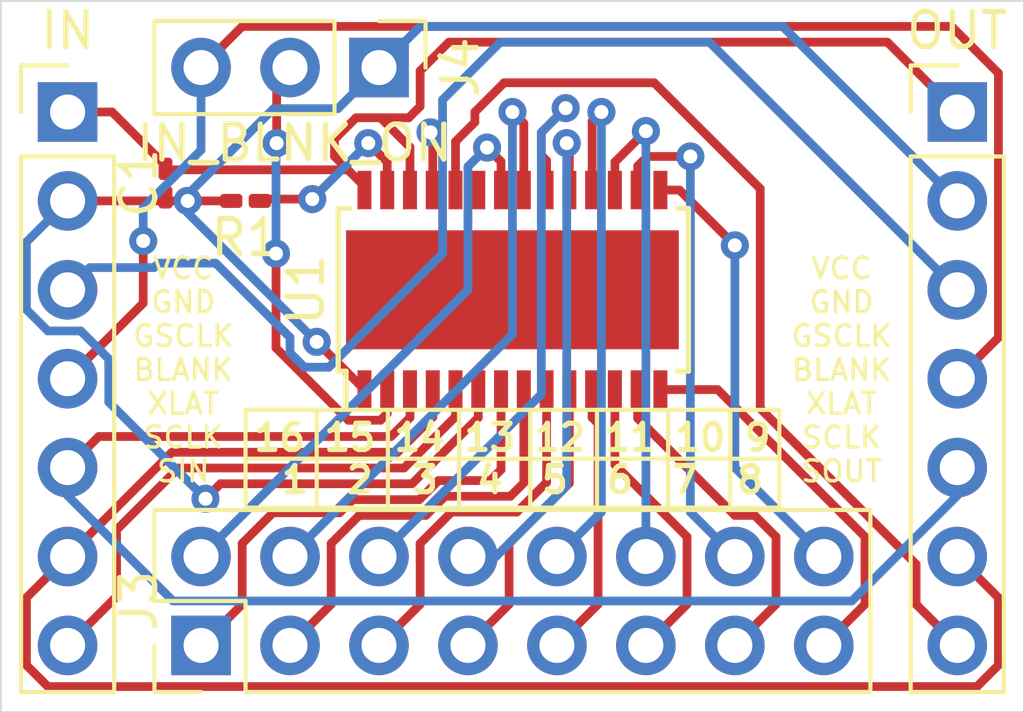
<source format=kicad_pcb>
(kicad_pcb (version 20171130) (host pcbnew "(5.1.9)-1")

  (general
    (thickness 1.6)
    (drawings 20)
    (tracks 228)
    (zones 0)
    (modules 7)
    (nets 29)
  )

  (page A4)
  (layers
    (0 F.Cu signal)
    (31 B.Cu signal)
    (32 B.Adhes user)
    (33 F.Adhes user)
    (34 B.Paste user)
    (35 F.Paste user)
    (36 B.SilkS user)
    (37 F.SilkS user)
    (38 B.Mask user)
    (39 F.Mask user)
    (40 Dwgs.User user)
    (41 Cmts.User user)
    (42 Eco1.User user)
    (43 Eco2.User user)
    (44 Edge.Cuts user)
    (45 Margin user)
    (46 B.CrtYd user)
    (47 F.CrtYd user)
    (48 B.Fab user)
    (49 F.Fab user hide)
  )

  (setup
    (last_trace_width 0.25)
    (trace_clearance 0.2)
    (zone_clearance 0.508)
    (zone_45_only no)
    (trace_min 0.2)
    (via_size 0.8)
    (via_drill 0.4)
    (via_min_size 0.4)
    (via_min_drill 0.3)
    (uvia_size 0.3)
    (uvia_drill 0.1)
    (uvias_allowed no)
    (uvia_min_size 0.2)
    (uvia_min_drill 0.1)
    (edge_width 0.05)
    (segment_width 0.2)
    (pcb_text_width 0.3)
    (pcb_text_size 1.5 1.5)
    (mod_edge_width 0.12)
    (mod_text_size 1 1)
    (mod_text_width 0.15)
    (pad_size 1.524 1.524)
    (pad_drill 0.762)
    (pad_to_mask_clearance 0)
    (aux_axis_origin 0 0)
    (grid_origin 140.335 106.045)
    (visible_elements FFFFFF7F)
    (pcbplotparams
      (layerselection 0x010fc_ffffffff)
      (usegerberextensions false)
      (usegerberattributes true)
      (usegerberadvancedattributes true)
      (creategerberjobfile true)
      (excludeedgelayer true)
      (linewidth 0.100000)
      (plotframeref false)
      (viasonmask false)
      (mode 1)
      (useauxorigin false)
      (hpglpennumber 1)
      (hpglpenspeed 20)
      (hpglpendiameter 15.000000)
      (psnegative false)
      (psa4output false)
      (plotreference true)
      (plotvalue true)
      (plotinvisibletext false)
      (padsonsilk false)
      (subtractmaskfromsilk false)
      (outputformat 1)
      (mirror false)
      (drillshape 1)
      (scaleselection 1)
      (outputdirectory ""))
  )

  (net 0 "")
  (net 1 VCC)
  (net 2 GND)
  (net 3 "Net-(J1-Pad3)")
  (net 4 "Net-(J1-Pad4)")
  (net 5 "Net-(J1-Pad5)")
  (net 6 "Net-(J1-Pad6)")
  (net 7 "Net-(J1-Pad7)")
  (net 8 "Net-(J2-Pad7)")
  (net 9 "Net-(J3-Pad1)")
  (net 10 "Net-(J3-Pad2)")
  (net 11 "Net-(J3-Pad3)")
  (net 12 "Net-(J3-Pad4)")
  (net 13 "Net-(J3-Pad5)")
  (net 14 "Net-(J3-Pad6)")
  (net 15 "Net-(J3-Pad7)")
  (net 16 "Net-(J3-Pad8)")
  (net 17 "Net-(J3-Pad9)")
  (net 18 "Net-(J3-Pad10)")
  (net 19 "Net-(J3-Pad11)")
  (net 20 "Net-(J3-Pad12)")
  (net 21 "Net-(J3-Pad13)")
  (net 22 "Net-(J3-Pad14)")
  (net 23 "Net-(J3-Pad15)")
  (net 24 "Net-(J3-Pad16)")
  (net 25 "Net-(J4-Pad2)")
  (net 26 "Net-(R1-Pad1)")
  (net 27 "Net-(U1-Pad23)")
  (net 28 "Net-(U1-Pad29)")

  (net_class Default "This is the default net class."
    (clearance 0.2)
    (trace_width 0.25)
    (via_dia 0.8)
    (via_drill 0.4)
    (uvia_dia 0.3)
    (uvia_drill 0.1)
    (add_net GND)
    (add_net "Net-(J1-Pad3)")
    (add_net "Net-(J1-Pad4)")
    (add_net "Net-(J1-Pad5)")
    (add_net "Net-(J1-Pad6)")
    (add_net "Net-(J1-Pad7)")
    (add_net "Net-(J2-Pad7)")
    (add_net "Net-(J3-Pad1)")
    (add_net "Net-(J3-Pad10)")
    (add_net "Net-(J3-Pad11)")
    (add_net "Net-(J3-Pad12)")
    (add_net "Net-(J3-Pad13)")
    (add_net "Net-(J3-Pad14)")
    (add_net "Net-(J3-Pad15)")
    (add_net "Net-(J3-Pad16)")
    (add_net "Net-(J3-Pad2)")
    (add_net "Net-(J3-Pad3)")
    (add_net "Net-(J3-Pad4)")
    (add_net "Net-(J3-Pad5)")
    (add_net "Net-(J3-Pad6)")
    (add_net "Net-(J3-Pad7)")
    (add_net "Net-(J3-Pad8)")
    (add_net "Net-(J3-Pad9)")
    (add_net "Net-(J4-Pad2)")
    (add_net "Net-(R1-Pad1)")
    (add_net "Net-(U1-Pad23)")
    (add_net "Net-(U1-Pad29)")
    (add_net VCC)
  )

  (module Capacitor_SMD:C_0201_0603Metric_Pad0.64x0.40mm_HandSolder (layer F.Cu) (tedit 5F6BB9E0) (tstamp 60ADEF19)
    (at 145.034 111.252 270)
    (descr "Capacitor SMD 0201 (0603 Metric), square (rectangular) end terminal, IPC_7351 nominal with elongated pad for handsoldering. (Body size source: https://www.vishay.com/docs/20052/crcw0201e3.pdf), generated with kicad-footprint-generator")
    (tags "capacitor handsolder")
    (path /60B8D703)
    (attr smd)
    (fp_text reference C1 (at 0 0.762 90) (layer F.SilkS)
      (effects (font (size 1 1) (thickness 0.15)))
    )
    (fp_text value C_Small (at 0 1.05 90) (layer F.Fab)
      (effects (font (size 1 1) (thickness 0.15)))
    )
    (fp_line (start 0.88 0.35) (end -0.88 0.35) (layer F.CrtYd) (width 0.05))
    (fp_line (start 0.88 -0.35) (end 0.88 0.35) (layer F.CrtYd) (width 0.05))
    (fp_line (start -0.88 -0.35) (end 0.88 -0.35) (layer F.CrtYd) (width 0.05))
    (fp_line (start -0.88 0.35) (end -0.88 -0.35) (layer F.CrtYd) (width 0.05))
    (fp_line (start 0.3 0.15) (end -0.3 0.15) (layer F.Fab) (width 0.1))
    (fp_line (start 0.3 -0.15) (end 0.3 0.15) (layer F.Fab) (width 0.1))
    (fp_line (start -0.3 -0.15) (end 0.3 -0.15) (layer F.Fab) (width 0.1))
    (fp_line (start -0.3 0.15) (end -0.3 -0.15) (layer F.Fab) (width 0.1))
    (fp_text user %R (at 0 -0.68 90) (layer F.Fab)
      (effects (font (size 0.25 0.25) (thickness 0.04)))
    )
    (pad "" smd roundrect (at -0.4325 0 270) (size 0.458 0.36) (layers F.Paste) (roundrect_rratio 0.25))
    (pad "" smd roundrect (at 0.4325 0 270) (size 0.458 0.36) (layers F.Paste) (roundrect_rratio 0.25))
    (pad 1 smd roundrect (at -0.4075 0 270) (size 0.635 0.4) (layers F.Cu F.Mask) (roundrect_rratio 0.25)
      (net 1 VCC))
    (pad 2 smd roundrect (at 0.4075 0 270) (size 0.635 0.4) (layers F.Cu F.Mask) (roundrect_rratio 0.25)
      (net 2 GND))
    (model ${KISYS3DMOD}/Capacitor_SMD.3dshapes/C_0201_0603Metric.wrl
      (at (xyz 0 0 0))
      (scale (xyz 1 1 1))
      (rotate (xyz 0 0 0))
    )
  )

  (module Connector_PinHeader_2.54mm:PinHeader_1x07_P2.54mm_Vertical (layer F.Cu) (tedit 59FED5CC) (tstamp 60ADD7C7)
    (at 142.24 109.22)
    (descr "Through hole straight pin header, 1x07, 2.54mm pitch, single row")
    (tags "Through hole pin header THT 1x07 2.54mm single row")
    (path /60ADB4D9)
    (fp_text reference IN (at 0 -2.33) (layer F.SilkS)
      (effects (font (size 1 1) (thickness 0.15)))
    )
    (fp_text value Conn_01x07_Male (at -2.54 7.874 270) (layer F.Fab)
      (effects (font (size 1 1) (thickness 0.15)))
    )
    (fp_text user %R (at 0 7.62 90) (layer F.Fab)
      (effects (font (size 1 1) (thickness 0.15)))
    )
    (fp_line (start -0.635 -1.27) (end 1.27 -1.27) (layer F.Fab) (width 0.1))
    (fp_line (start 1.27 -1.27) (end 1.27 16.51) (layer F.Fab) (width 0.1))
    (fp_line (start 1.27 16.51) (end -1.27 16.51) (layer F.Fab) (width 0.1))
    (fp_line (start -1.27 16.51) (end -1.27 -0.635) (layer F.Fab) (width 0.1))
    (fp_line (start -1.27 -0.635) (end -0.635 -1.27) (layer F.Fab) (width 0.1))
    (fp_line (start -1.33 16.57) (end 1.33 16.57) (layer F.SilkS) (width 0.12))
    (fp_line (start -1.33 1.27) (end -1.33 16.57) (layer F.SilkS) (width 0.12))
    (fp_line (start 1.33 1.27) (end 1.33 16.57) (layer F.SilkS) (width 0.12))
    (fp_line (start -1.33 1.27) (end 1.33 1.27) (layer F.SilkS) (width 0.12))
    (fp_line (start -1.33 0) (end -1.33 -1.33) (layer F.SilkS) (width 0.12))
    (fp_line (start -1.33 -1.33) (end 0 -1.33) (layer F.SilkS) (width 0.12))
    (fp_line (start -1.8 -1.8) (end -1.8 17.05) (layer F.CrtYd) (width 0.05))
    (fp_line (start -1.8 17.05) (end 1.8 17.05) (layer F.CrtYd) (width 0.05))
    (fp_line (start 1.8 17.05) (end 1.8 -1.8) (layer F.CrtYd) (width 0.05))
    (fp_line (start 1.8 -1.8) (end -1.8 -1.8) (layer F.CrtYd) (width 0.05))
    (pad 7 thru_hole oval (at 0 15.24) (size 1.7 1.7) (drill 1) (layers *.Cu *.Mask)
      (net 7 "Net-(J1-Pad7)"))
    (pad 6 thru_hole oval (at 0 12.7) (size 1.7 1.7) (drill 1) (layers *.Cu *.Mask)
      (net 6 "Net-(J1-Pad6)"))
    (pad 5 thru_hole oval (at 0 10.16) (size 1.7 1.7) (drill 1) (layers *.Cu *.Mask)
      (net 5 "Net-(J1-Pad5)"))
    (pad 4 thru_hole oval (at 0 7.62) (size 1.7 1.7) (drill 1) (layers *.Cu *.Mask)
      (net 4 "Net-(J1-Pad4)"))
    (pad 3 thru_hole oval (at 0 5.08) (size 1.7 1.7) (drill 1) (layers *.Cu *.Mask)
      (net 3 "Net-(J1-Pad3)"))
    (pad 2 thru_hole oval (at 0 2.54) (size 1.7 1.7) (drill 1) (layers *.Cu *.Mask)
      (net 2 GND))
    (pad 1 thru_hole rect (at 0 0) (size 1.7 1.7) (drill 1) (layers *.Cu *.Mask)
      (net 1 VCC))
    (model ${KISYS3DMOD}/Connector_PinHeader_2.54mm.3dshapes/PinHeader_1x07_P2.54mm_Vertical.wrl
      (at (xyz 0 0 0))
      (scale (xyz 1 1 1))
      (rotate (xyz 0 0 0))
    )
  )

  (module Connector_PinHeader_2.54mm:PinHeader_1x07_P2.54mm_Vertical (layer F.Cu) (tedit 59FED5CC) (tstamp 60ADD7E2)
    (at 167.64 109.22)
    (descr "Through hole straight pin header, 1x07, 2.54mm pitch, single row")
    (tags "Through hole pin header THT 1x07 2.54mm single row")
    (path /60ADC47E)
    (fp_text reference OUT (at 0 -2.33) (layer F.SilkS)
      (effects (font (size 1 1) (thickness 0.15)))
    )
    (fp_text value Conn_01x07_Male (at 2.667 7.62 90) (layer F.Fab)
      (effects (font (size 1 1) (thickness 0.15)))
    )
    (fp_text user %R (at 0 7.62 90) (layer F.Fab)
      (effects (font (size 1 1) (thickness 0.15)))
    )
    (fp_line (start -0.635 -1.27) (end 1.27 -1.27) (layer F.Fab) (width 0.1))
    (fp_line (start 1.27 -1.27) (end 1.27 16.51) (layer F.Fab) (width 0.1))
    (fp_line (start 1.27 16.51) (end -1.27 16.51) (layer F.Fab) (width 0.1))
    (fp_line (start -1.27 16.51) (end -1.27 -0.635) (layer F.Fab) (width 0.1))
    (fp_line (start -1.27 -0.635) (end -0.635 -1.27) (layer F.Fab) (width 0.1))
    (fp_line (start -1.33 16.57) (end 1.33 16.57) (layer F.SilkS) (width 0.12))
    (fp_line (start -1.33 1.27) (end -1.33 16.57) (layer F.SilkS) (width 0.12))
    (fp_line (start 1.33 1.27) (end 1.33 16.57) (layer F.SilkS) (width 0.12))
    (fp_line (start -1.33 1.27) (end 1.33 1.27) (layer F.SilkS) (width 0.12))
    (fp_line (start -1.33 0) (end -1.33 -1.33) (layer F.SilkS) (width 0.12))
    (fp_line (start -1.33 -1.33) (end 0 -1.33) (layer F.SilkS) (width 0.12))
    (fp_line (start -1.8 -1.8) (end -1.8 17.05) (layer F.CrtYd) (width 0.05))
    (fp_line (start -1.8 17.05) (end 1.8 17.05) (layer F.CrtYd) (width 0.05))
    (fp_line (start 1.8 17.05) (end 1.8 -1.8) (layer F.CrtYd) (width 0.05))
    (fp_line (start 1.8 -1.8) (end -1.8 -1.8) (layer F.CrtYd) (width 0.05))
    (pad 7 thru_hole oval (at 0 15.24) (size 1.7 1.7) (drill 1) (layers *.Cu *.Mask)
      (net 8 "Net-(J2-Pad7)"))
    (pad 6 thru_hole oval (at 0 12.7) (size 1.7 1.7) (drill 1) (layers *.Cu *.Mask)
      (net 6 "Net-(J1-Pad6)"))
    (pad 5 thru_hole oval (at 0 10.16) (size 1.7 1.7) (drill 1) (layers *.Cu *.Mask)
      (net 5 "Net-(J1-Pad5)"))
    (pad 4 thru_hole oval (at 0 7.62) (size 1.7 1.7) (drill 1) (layers *.Cu *.Mask)
      (net 4 "Net-(J1-Pad4)"))
    (pad 3 thru_hole oval (at 0 5.08) (size 1.7 1.7) (drill 1) (layers *.Cu *.Mask)
      (net 3 "Net-(J1-Pad3)"))
    (pad 2 thru_hole oval (at 0 2.54) (size 1.7 1.7) (drill 1) (layers *.Cu *.Mask)
      (net 2 GND))
    (pad 1 thru_hole rect (at 0 0) (size 1.7 1.7) (drill 1) (layers *.Cu *.Mask)
      (net 1 VCC))
    (model ${KISYS3DMOD}/Connector_PinHeader_2.54mm.3dshapes/PinHeader_1x07_P2.54mm_Vertical.wrl
      (at (xyz 0 0 0))
      (scale (xyz 1 1 1))
      (rotate (xyz 0 0 0))
    )
  )

  (module Package_SO:HTSSOP-28-1EP_4.4x9.7mm_P0.65mm_EP3.4x9.5mm (layer F.Cu) (tedit 5A671A52) (tstamp 60ADD86C)
    (at 154.94 114.3 90)
    (descr "HTSSOP28: plastic thin shrink small outline package; 28 leads; body width 4.4 mm; thermal pad")
    (tags "TSSOP HTSSOP 0.65 thermal pad")
    (path /60AD49A3)
    (attr smd)
    (fp_text reference U1 (at 0 -5.9 90) (layer F.SilkS)
      (effects (font (size 1 1) (thickness 0.15)))
    )
    (fp_text value TLC5940PWP (at 0 5.9 90) (layer F.Fab)
      (effects (font (size 1 1) (thickness 0.15)))
    )
    (fp_text user %R (at 0 0 90) (layer F.Fab)
      (effects (font (size 0.8 0.8) (thickness 0.15)))
    )
    (fp_line (start -1.2 -4.85) (end 2.2 -4.85) (layer F.Fab) (width 0.15))
    (fp_line (start 2.2 -4.85) (end 2.2 4.85) (layer F.Fab) (width 0.15))
    (fp_line (start 2.2 4.9008) (end -2.2 4.9008) (layer F.Fab) (width 0.15))
    (fp_line (start -2.2 4.85) (end -2.2 -3.85) (layer F.Fab) (width 0.15))
    (fp_line (start -2.2 -3.85) (end -1.2 -4.85) (layer F.Fab) (width 0.15))
    (fp_line (start -3.65 -5.15) (end -3.65 5.15) (layer F.CrtYd) (width 0.05))
    (fp_line (start 3.65 -5.15) (end 3.65 5.15) (layer F.CrtYd) (width 0.05))
    (fp_line (start -3.65 -5.15) (end 3.65 -5.15) (layer F.CrtYd) (width 0.05))
    (fp_line (start -3.65 5.15) (end 3.65 5.15) (layer F.CrtYd) (width 0.05))
    (fp_line (start -2.325 -4.975) (end -2.325 -4.75) (layer F.SilkS) (width 0.15))
    (fp_line (start 2.325 -4.975) (end 2.325 -4.65) (layer F.SilkS) (width 0.15))
    (fp_line (start 2.325 5.0258) (end 2.325 4.7008) (layer F.SilkS) (width 0.15))
    (fp_line (start -2.325 5.0258) (end -2.325 4.7008) (layer F.SilkS) (width 0.15))
    (fp_line (start -2.325 -4.975) (end 2.325 -4.975) (layer F.SilkS) (width 0.15))
    (fp_line (start -2.325 5.0258) (end 2.325 5.0258) (layer F.SilkS) (width 0.15))
    (fp_line (start -2.325 -4.75) (end -3.4 -4.75) (layer F.SilkS) (width 0.15))
    (pad "" smd rect (at -0.85 3.8 90) (size 1.4 1.6) (layers F.Paste))
    (pad "" smd rect (at 0.85 3.8 90) (size 1.4 1.6) (layers F.Paste))
    (pad "" smd rect (at -0.85 1.9 90) (size 1.4 1.6) (layers F.Paste))
    (pad "" smd rect (at 0.85 1.9 90) (size 1.4 1.6) (layers F.Paste))
    (pad "" smd rect (at -0.85 0 90) (size 1.4 1.6) (layers F.Paste))
    (pad "" smd rect (at 0.85 0 90) (size 1.4 1.6) (layers F.Paste))
    (pad "" smd rect (at -0.85 -1.9 90) (size 1.4 1.6) (layers F.Paste))
    (pad "" smd rect (at 0.85 -1.9 90) (size 1.4 1.6) (layers F.Paste))
    (pad "" smd rect (at 0.85 -3.8 90) (size 1.4 1.6) (layers F.Paste))
    (pad "" smd rect (at -0.85 -3.8 90) (size 1.4 1.6) (layers F.Paste))
    (pad 29 smd rect (at 0 0 90) (size 3.4 9.5) (layers F.Cu F.Mask)
      (net 28 "Net-(U1-Pad29)"))
    (pad 28 smd rect (at 2.85 -4.225 90) (size 1.1 0.4) (layers F.Cu F.Paste F.Mask)
      (net 1 VCC))
    (pad 27 smd rect (at 2.85 -3.575 90) (size 1.1 0.4) (layers F.Cu F.Paste F.Mask)
      (net 26 "Net-(R1-Pad1)"))
    (pad 26 smd rect (at 2.85 -2.925 90) (size 1.1 0.4) (layers F.Cu F.Paste F.Mask)
      (net 1 VCC))
    (pad 25 smd rect (at 2.85 -2.275 90) (size 1.1 0.4) (layers F.Cu F.Paste F.Mask)
      (net 3 "Net-(J1-Pad3)"))
    (pad 24 smd rect (at 2.85 -1.625 90) (size 1.1 0.4) (layers F.Cu F.Paste F.Mask)
      (net 8 "Net-(J2-Pad7)"))
    (pad 23 smd rect (at 2.85 -0.975 90) (size 1.1 0.4) (layers F.Cu F.Paste F.Mask)
      (net 27 "Net-(U1-Pad23)"))
    (pad 22 smd rect (at 2.85 -0.325 90) (size 1.1 0.4) (layers F.Cu F.Paste F.Mask)
      (net 24 "Net-(J3-Pad16)"))
    (pad 21 smd rect (at 2.85 0.325 90) (size 1.1 0.4) (layers F.Cu F.Paste F.Mask)
      (net 23 "Net-(J3-Pad15)"))
    (pad 20 smd rect (at 2.85 0.975 90) (size 1.1 0.4) (layers F.Cu F.Paste F.Mask)
      (net 22 "Net-(J3-Pad14)"))
    (pad 19 smd rect (at 2.85 1.625 90) (size 1.1 0.4) (layers F.Cu F.Paste F.Mask)
      (net 21 "Net-(J3-Pad13)"))
    (pad 18 smd rect (at 2.85 2.275 90) (size 1.1 0.4) (layers F.Cu F.Paste F.Mask)
      (net 20 "Net-(J3-Pad12)"))
    (pad 17 smd rect (at 2.85 2.925 90) (size 1.1 0.4) (layers F.Cu F.Paste F.Mask)
      (net 19 "Net-(J3-Pad11)"))
    (pad 16 smd rect (at 2.85 3.575 90) (size 1.1 0.4) (layers F.Cu F.Paste F.Mask)
      (net 18 "Net-(J3-Pad10)"))
    (pad 15 smd rect (at 2.85 4.225 90) (size 1.1 0.4) (layers F.Cu F.Paste F.Mask)
      (net 17 "Net-(J3-Pad9)"))
    (pad 14 smd rect (at -2.85 4.225 90) (size 1.1 0.4) (layers F.Cu F.Paste F.Mask)
      (net 16 "Net-(J3-Pad8)"))
    (pad 13 smd rect (at -2.85 3.575 90) (size 1.1 0.4) (layers F.Cu F.Paste F.Mask)
      (net 15 "Net-(J3-Pad7)"))
    (pad 12 smd rect (at -2.85 2.925 90) (size 1.1 0.4) (layers F.Cu F.Paste F.Mask)
      (net 14 "Net-(J3-Pad6)"))
    (pad 11 smd rect (at -2.85 2.275 90) (size 1.1 0.4) (layers F.Cu F.Paste F.Mask)
      (net 13 "Net-(J3-Pad5)"))
    (pad 10 smd rect (at -2.85 1.625 90) (size 1.1 0.4) (layers F.Cu F.Paste F.Mask)
      (net 12 "Net-(J3-Pad4)"))
    (pad 9 smd rect (at -2.85 0.975 90) (size 1.1 0.4) (layers F.Cu F.Paste F.Mask)
      (net 11 "Net-(J3-Pad3)"))
    (pad 8 smd rect (at -2.85 0.325 90) (size 1.1 0.4) (layers F.Cu F.Paste F.Mask)
      (net 10 "Net-(J3-Pad2)"))
    (pad 7 smd rect (at -2.85 -0.325 90) (size 1.1 0.4) (layers F.Cu F.Paste F.Mask)
      (net 9 "Net-(J3-Pad1)"))
    (pad 6 smd rect (at -2.85 -0.975 90) (size 1.1 0.4) (layers F.Cu F.Paste F.Mask)
      (net 2 GND))
    (pad 5 smd rect (at -2.85 -1.625 90) (size 1.1 0.4) (layers F.Cu F.Paste F.Mask)
      (net 7 "Net-(J1-Pad7)"))
    (pad 4 smd rect (at -2.85 -2.275 90) (size 1.1 0.4) (layers F.Cu F.Paste F.Mask)
      (net 6 "Net-(J1-Pad6)"))
    (pad 3 smd rect (at -2.85 -2.925 90) (size 1.1 0.4) (layers F.Cu F.Paste F.Mask)
      (net 5 "Net-(J1-Pad5)"))
    (pad 2 smd rect (at -2.85 -3.575 90) (size 1.1 0.4) (layers F.Cu F.Paste F.Mask)
      (net 25 "Net-(J4-Pad2)"))
    (pad 1 smd rect (at -2.85 -4.225 90) (size 1.1 0.4) (layers F.Cu F.Paste F.Mask)
      (net 2 GND))
    (model ${KISYS3DMOD}/Package_SO.3dshapes/HTSSOP-28-1EP_4.4x9.7mm_P0.65mm_EP3.4x9.5mm.wrl
      (at (xyz 0 0 0))
      (scale (xyz 1 1 1))
      (rotate (xyz 0 0 0))
    )
  )

  (module Connector_PinHeader_2.54mm:PinHeader_1x03_P2.54mm_Vertical (layer F.Cu) (tedit 59FED5CC) (tstamp 60ADD81F)
    (at 151.13 107.95 270)
    (descr "Through hole straight pin header, 1x03, 2.54mm pitch, single row")
    (tags "Through hole pin header THT 1x03 2.54mm single row")
    (path /60B4D7C5)
    (fp_text reference J4 (at 0 -2.33 90) (layer F.SilkS)
      (effects (font (size 1 1) (thickness 0.15)))
    )
    (fp_text value Conn_01x03_Male (at -2.54 1.778 180) (layer F.Fab)
      (effects (font (size 1 1) (thickness 0.15)))
    )
    (fp_text user %R (at 0 2.54) (layer F.Fab)
      (effects (font (size 1 1) (thickness 0.15)))
    )
    (fp_line (start -0.635 -1.27) (end 1.27 -1.27) (layer F.Fab) (width 0.1))
    (fp_line (start 1.27 -1.27) (end 1.27 6.35) (layer F.Fab) (width 0.1))
    (fp_line (start 1.27 6.35) (end -1.27 6.35) (layer F.Fab) (width 0.1))
    (fp_line (start -1.27 6.35) (end -1.27 -0.635) (layer F.Fab) (width 0.1))
    (fp_line (start -1.27 -0.635) (end -0.635 -1.27) (layer F.Fab) (width 0.1))
    (fp_line (start -1.33 6.41) (end 1.33 6.41) (layer F.SilkS) (width 0.12))
    (fp_line (start -1.33 1.27) (end -1.33 6.41) (layer F.SilkS) (width 0.12))
    (fp_line (start 1.33 1.27) (end 1.33 6.41) (layer F.SilkS) (width 0.12))
    (fp_line (start -1.33 1.27) (end 1.33 1.27) (layer F.SilkS) (width 0.12))
    (fp_line (start -1.33 0) (end -1.33 -1.33) (layer F.SilkS) (width 0.12))
    (fp_line (start -1.33 -1.33) (end 0 -1.33) (layer F.SilkS) (width 0.12))
    (fp_line (start -1.8 -1.8) (end -1.8 6.85) (layer F.CrtYd) (width 0.05))
    (fp_line (start -1.8 6.85) (end 1.8 6.85) (layer F.CrtYd) (width 0.05))
    (fp_line (start 1.8 6.85) (end 1.8 -1.8) (layer F.CrtYd) (width 0.05))
    (fp_line (start 1.8 -1.8) (end -1.8 -1.8) (layer F.CrtYd) (width 0.05))
    (pad 3 thru_hole oval (at 0 5.08 270) (size 1.7 1.7) (drill 1) (layers *.Cu *.Mask)
      (net 4 "Net-(J1-Pad4)"))
    (pad 2 thru_hole oval (at 0 2.54 270) (size 1.7 1.7) (drill 1) (layers *.Cu *.Mask)
      (net 25 "Net-(J4-Pad2)"))
    (pad 1 thru_hole rect (at 0 0 270) (size 1.7 1.7) (drill 1) (layers *.Cu *.Mask)
      (net 2 GND))
    (model ${KISYS3DMOD}/Connector_PinHeader_2.54mm.3dshapes/PinHeader_1x03_P2.54mm_Vertical.wrl
      (at (xyz 0 0 0))
      (scale (xyz 1 1 1))
      (rotate (xyz 0 0 0))
    )
  )

  (module Resistor_SMD:R_0201_0603Metric_Pad0.64x0.40mm_HandSolder (layer F.Cu) (tedit 5F6BB9E0) (tstamp 60ADD830)
    (at 147.32 111.76 180)
    (descr "Resistor SMD 0201 (0603 Metric), square (rectangular) end terminal, IPC_7351 nominal with elongated pad for handsoldering. (Body size source: https://www.vishay.com/docs/20052/crcw0201e3.pdf), generated with kicad-footprint-generator")
    (tags "resistor handsolder")
    (path /60AFF198)
    (attr smd)
    (fp_text reference R1 (at 0 -1.05) (layer F.SilkS)
      (effects (font (size 1 1) (thickness 0.15)))
    )
    (fp_text value R_Small_US (at 0 1.05) (layer F.Fab)
      (effects (font (size 1 1) (thickness 0.15)))
    )
    (fp_text user %R (at 0 -0.68) (layer F.Fab)
      (effects (font (size 0.25 0.25) (thickness 0.04)))
    )
    (fp_line (start -0.3 0.15) (end -0.3 -0.15) (layer F.Fab) (width 0.1))
    (fp_line (start -0.3 -0.15) (end 0.3 -0.15) (layer F.Fab) (width 0.1))
    (fp_line (start 0.3 -0.15) (end 0.3 0.15) (layer F.Fab) (width 0.1))
    (fp_line (start 0.3 0.15) (end -0.3 0.15) (layer F.Fab) (width 0.1))
    (fp_line (start -0.88 0.35) (end -0.88 -0.35) (layer F.CrtYd) (width 0.05))
    (fp_line (start -0.88 -0.35) (end 0.88 -0.35) (layer F.CrtYd) (width 0.05))
    (fp_line (start 0.88 -0.35) (end 0.88 0.35) (layer F.CrtYd) (width 0.05))
    (fp_line (start 0.88 0.35) (end -0.88 0.35) (layer F.CrtYd) (width 0.05))
    (pad 2 smd roundrect (at 0.4075 0 180) (size 0.635 0.4) (layers F.Cu F.Mask) (roundrect_rratio 0.25)
      (net 2 GND))
    (pad 1 smd roundrect (at -0.4075 0 180) (size 0.635 0.4) (layers F.Cu F.Mask) (roundrect_rratio 0.25)
      (net 26 "Net-(R1-Pad1)"))
    (pad "" smd roundrect (at 0.4325 0 180) (size 0.458 0.36) (layers F.Paste) (roundrect_rratio 0.25))
    (pad "" smd roundrect (at -0.4325 0 180) (size 0.458 0.36) (layers F.Paste) (roundrect_rratio 0.25))
    (model ${KISYS3DMOD}/Resistor_SMD.3dshapes/R_0201_0603Metric.wrl
      (at (xyz 0 0 0))
      (scale (xyz 1 1 1))
      (rotate (xyz 0 0 0))
    )
  )

  (module CustomFootprints:PinHeader_2x08_P2.54mm_Vertical_Clockwise (layer F.Cu) (tedit 60AD5699) (tstamp 60ADDBB0)
    (at 146.05 124.46 90)
    (descr "Through hole straight pin header, 2x08, 2.54mm pitch, double rows")
    (tags "Through hole pin header THT 2x08 2.54mm double row")
    (path /60AD9727)
    (fp_text reference J3 (at 1.27 -1.778 90) (layer F.SilkS)
      (effects (font (size 1 1) (thickness 0.15)))
    )
    (fp_text value Conn_02x08_Counter_Clockwise (at -2.54 8.89 180) (layer F.Fab)
      (effects (font (size 1 1) (thickness 0.15)))
    )
    (fp_line (start 0 -1.27) (end 3.81 -1.27) (layer F.Fab) (width 0.1))
    (fp_line (start 3.81 -1.27) (end 3.81 19.05) (layer F.Fab) (width 0.1))
    (fp_line (start 3.81 19.05) (end -1.27 19.05) (layer F.Fab) (width 0.1))
    (fp_line (start -1.27 19.05) (end -1.27 0) (layer F.Fab) (width 0.1))
    (fp_line (start -1.27 0) (end 0 -1.27) (layer F.Fab) (width 0.1))
    (fp_line (start -1.33 19.11) (end 3.87 19.11) (layer F.SilkS) (width 0.12))
    (fp_line (start -1.33 1.27) (end -1.33 19.11) (layer F.SilkS) (width 0.12))
    (fp_line (start 3.87 -1.33) (end 3.87 19.11) (layer F.SilkS) (width 0.12))
    (fp_line (start -1.33 1.27) (end 1.27 1.27) (layer F.SilkS) (width 0.12))
    (fp_line (start 1.27 1.27) (end 1.27 -1.33) (layer F.SilkS) (width 0.12))
    (fp_line (start 1.27 -1.33) (end 3.87 -1.33) (layer F.SilkS) (width 0.12))
    (fp_line (start -1.33 0) (end -1.33 -1.33) (layer F.SilkS) (width 0.12))
    (fp_line (start -1.33 -1.33) (end 0 -1.33) (layer F.SilkS) (width 0.12))
    (fp_line (start -1.8 -1.8) (end -1.8 19.55) (layer F.CrtYd) (width 0.05))
    (fp_line (start -1.8 19.55) (end 4.35 19.55) (layer F.CrtYd) (width 0.05))
    (fp_line (start 4.35 19.55) (end 4.35 -1.8) (layer F.CrtYd) (width 0.05))
    (fp_line (start 4.35 -1.8) (end -1.8 -1.8) (layer F.CrtYd) (width 0.05))
    (fp_text user %R (at 1.27 8.89) (layer F.Fab)
      (effects (font (size 1 1) (thickness 0.15)))
    )
    (pad 1 thru_hole rect (at 0 0 90) (size 1.7 1.7) (drill 1) (layers *.Cu *.Mask)
      (net 9 "Net-(J3-Pad1)"))
    (pad 16 thru_hole oval (at 2.54 0 90) (size 1.7 1.7) (drill 1) (layers *.Cu *.Mask)
      (net 24 "Net-(J3-Pad16)"))
    (pad 2 thru_hole oval (at 0 2.54 90) (size 1.7 1.7) (drill 1) (layers *.Cu *.Mask)
      (net 10 "Net-(J3-Pad2)"))
    (pad 15 thru_hole oval (at 2.54 2.54 90) (size 1.7 1.7) (drill 1) (layers *.Cu *.Mask)
      (net 23 "Net-(J3-Pad15)"))
    (pad 3 thru_hole oval (at 0 5.08 90) (size 1.7 1.7) (drill 1) (layers *.Cu *.Mask)
      (net 11 "Net-(J3-Pad3)"))
    (pad 14 thru_hole oval (at 2.54 5.08 90) (size 1.7 1.7) (drill 1) (layers *.Cu *.Mask)
      (net 22 "Net-(J3-Pad14)"))
    (pad 4 thru_hole oval (at 0 7.62 90) (size 1.7 1.7) (drill 1) (layers *.Cu *.Mask)
      (net 12 "Net-(J3-Pad4)"))
    (pad 13 thru_hole oval (at 2.54 7.62 90) (size 1.7 1.7) (drill 1) (layers *.Cu *.Mask)
      (net 21 "Net-(J3-Pad13)"))
    (pad 5 thru_hole oval (at 0 10.16 90) (size 1.7 1.7) (drill 1) (layers *.Cu *.Mask)
      (net 13 "Net-(J3-Pad5)"))
    (pad 12 thru_hole oval (at 2.54 10.16 90) (size 1.7 1.7) (drill 1) (layers *.Cu *.Mask)
      (net 20 "Net-(J3-Pad12)"))
    (pad 6 thru_hole oval (at 0 12.7 90) (size 1.7 1.7) (drill 1) (layers *.Cu *.Mask)
      (net 14 "Net-(J3-Pad6)"))
    (pad 11 thru_hole oval (at 2.54 12.7 90) (size 1.7 1.7) (drill 1) (layers *.Cu *.Mask)
      (net 19 "Net-(J3-Pad11)"))
    (pad 7 thru_hole oval (at 0 15.24 90) (size 1.7 1.7) (drill 1) (layers *.Cu *.Mask)
      (net 15 "Net-(J3-Pad7)"))
    (pad 10 thru_hole oval (at 2.54 15.24 90) (size 1.7 1.7) (drill 1) (layers *.Cu *.Mask)
      (net 18 "Net-(J3-Pad10)"))
    (pad 8 thru_hole oval (at 0 17.78 90) (size 1.7 1.7) (drill 1) (layers *.Cu *.Mask)
      (net 16 "Net-(J3-Pad8)"))
    (pad 9 thru_hole oval (at 2.54 17.78 90) (size 1.7 1.7) (drill 1) (layers *.Cu *.Mask)
      (net 17 "Net-(J3-Pad9)"))
    (model ${KISYS3DMOD}/Connector_PinHeader_2.54mm.3dshapes/PinHeader_2x08_P2.54mm_Vertical.wrl
      (at (xyz 0 0 0))
      (scale (xyz 1 1 1))
      (rotate (xyz 0 0 0))
    )
  )

  (gr_line (start 140.335 106.045) (end 169.545 106.045) (layer Edge.Cuts) (width 0.05) (tstamp 60ADFB43))
  (gr_line (start 140.335 126.365) (end 140.335 106.045) (layer Edge.Cuts) (width 0.05))
  (gr_line (start 169.545 126.365) (end 140.335 126.365) (layer Edge.Cuts) (width 0.05))
  (gr_line (start 169.545 106.045) (end 169.545 126.365) (layer Edge.Cuts) (width 0.05))
  (gr_line (start 161.163 117.729) (end 161.163 120.523) (layer F.SilkS) (width 0.12))
  (gr_line (start 159.385 117.729) (end 159.385 120.523) (layer F.SilkS) (width 0.12))
  (gr_line (start 157.353 117.729) (end 157.353 120.523) (layer F.SilkS) (width 0.12))
  (gr_line (start 155.448 117.729) (end 155.448 120.523) (layer F.SilkS) (width 0.12))
  (gr_line (start 153.416 117.729) (end 153.416 120.523) (layer F.SilkS) (width 0.12))
  (gr_line (start 151.384 117.729) (end 151.384 120.523) (layer F.SilkS) (width 0.12))
  (gr_line (start 149.352 117.729) (end 149.352 120.523) (layer F.SilkS) (width 0.12))
  (gr_line (start 147.32 119.126) (end 162.56 119.126) (layer F.SilkS) (width 0.12))
  (gr_line (start 147.32 120.523) (end 147.32 117.729) (layer F.SilkS) (width 0.12) (tstamp 60ADFA61))
  (gr_line (start 162.56 120.523) (end 147.32 120.523) (layer F.SilkS) (width 0.12))
  (gr_line (start 162.56 117.729) (end 162.56 120.523) (layer F.SilkS) (width 0.12))
  (gr_line (start 147.32 117.729) (end 162.56 117.729) (layer F.SilkS) (width 0.12))
  (gr_text "16 15 14 13 12 11 10 9\n 1  2  3  4  5  6  7  8" (at 154.94 119.126) (layer F.SilkS)
    (effects (font (size 0.75 0.75) (thickness 0.15)))
  )
  (gr_text "VCC\nGND\nGSCLK\nBLANK\nXLAT\nSCLK\nSIN" (at 145.542 116.586) (layer F.SilkS) (tstamp 60ADF758)
    (effects (font (size 0.6 0.6) (thickness 0.1)))
  )
  (gr_text "VCC\nGND\nGSCLK\nBLANK\nXLAT\nSCLK\nSOUT" (at 164.338 116.586) (layer F.SilkS)
    (effects (font (size 0.6 0.6) (thickness 0.1)))
  )
  (gr_text IN_BLNK_ON (at 148.717 110.109) (layer F.SilkS)
    (effects (font (size 1 1) (thickness 0.15)))
  )

  (segment (start 150.715 111.345) (end 150.715 111.45) (width 0.25) (layer F.Cu) (net 1))
  (segment (start 149.86 109.999998) (end 149.86 110.49) (width 0.25) (layer F.Cu) (net 1))
  (segment (start 150.475999 109.383999) (end 149.86 109.999998) (width 0.25) (layer F.Cu) (net 1))
  (segment (start 151.172001 109.383999) (end 150.475999 109.383999) (width 0.25) (layer F.Cu) (net 1))
  (segment (start 152.015 110.226998) (end 151.172001 109.383999) (width 0.25) (layer F.Cu) (net 1))
  (segment (start 152.015 111.45) (end 152.015 110.226998) (width 0.25) (layer F.Cu) (net 1))
  (segment (start 142.24 109.22) (end 143.51 109.22) (width 0.25) (layer F.Cu) (net 1))
  (segment (start 145.161 110.871) (end 150.241 110.871) (width 0.25) (layer F.Cu) (net 1))
  (segment (start 150.241 110.871) (end 150.715 111.345) (width 0.25) (layer F.Cu) (net 1))
  (segment (start 149.86 110.49) (end 150.241 110.871) (width 0.25) (layer F.Cu) (net 1))
  (segment (start 151.981003 109.383999) (end 151.172001 109.383999) (width 0.25) (layer F.Cu) (net 1))
  (segment (start 152.305001 109.060001) (end 151.981003 109.383999) (width 0.25) (layer F.Cu) (net 1))
  (segment (start 152.305001 108.044999) (end 152.305001 109.060001) (width 0.25) (layer F.Cu) (net 1))
  (segment (start 153.125001 107.224999) (end 152.305001 108.044999) (width 0.25) (layer F.Cu) (net 1))
  (segment (start 165.644999 107.224999) (end 153.125001 107.224999) (width 0.25) (layer F.Cu) (net 1))
  (segment (start 167.64 109.22) (end 165.644999 107.224999) (width 0.25) (layer F.Cu) (net 1))
  (segment (start 143.51 109.22) (end 145.161 110.871) (width 0.25) (layer F.Cu) (net 1))
  (segment (start 146.9125 111.76) (end 145.669 111.76) (width 0.25) (layer F.Cu) (net 2))
  (segment (start 145.669 111.76) (end 142.24 111.76) (width 0.25) (layer F.Cu) (net 2) (tstamp 60ADE9AE))
  (via (at 145.669 111.76) (size 0.8) (drill 0.4) (layers F.Cu B.Cu) (net 2))
  (segment (start 150.715 117.15) (end 149.352 115.787) (width 0.25) (layer F.Cu) (net 2))
  (segment (start 149.352 115.787) (end 149.352 115.787) (width 0.25) (layer F.Cu) (net 2) (tstamp 60ADE9C2))
  (via (at 149.352 115.787) (size 0.8) (drill 0.4) (layers F.Cu B.Cu) (net 2))
  (segment (start 145.669 112.104) (end 145.669 111.76) (width 0.25) (layer B.Cu) (net 2))
  (segment (start 149.352 115.787) (end 145.669 112.104) (width 0.25) (layer B.Cu) (net 2))
  (segment (start 145.669 111.575998) (end 145.669 111.76) (width 0.25) (layer B.Cu) (net 2))
  (segment (start 148.119997 109.125001) (end 145.669 111.575998) (width 0.25) (layer B.Cu) (net 2))
  (segment (start 149.954999 109.125001) (end 148.119997 109.125001) (width 0.25) (layer B.Cu) (net 2))
  (segment (start 151.13 107.95) (end 149.954999 109.125001) (width 0.25) (layer B.Cu) (net 2))
  (segment (start 152.30501 106.77499) (end 151.13 107.95) (width 0.25) (layer B.Cu) (net 2))
  (segment (start 162.65499 106.77499) (end 152.30501 106.77499) (width 0.25) (layer B.Cu) (net 2))
  (segment (start 167.64 111.76) (end 162.65499 106.77499) (width 0.25) (layer B.Cu) (net 2))
  (segment (start 146.604972 119.841028) (end 146.177 120.269) (width 0.25) (layer F.Cu) (net 2))
  (segment (start 152.073972 119.841028) (end 146.604972 119.841028) (width 0.25) (layer F.Cu) (net 2))
  (segment (start 153.965 117.95) (end 152.073972 119.841028) (width 0.25) (layer F.Cu) (net 2))
  (via (at 146.177 120.269) (size 0.8) (drill 0.4) (layers F.Cu B.Cu) (net 2))
  (segment (start 153.965 117.15) (end 153.965 117.95) (width 0.25) (layer F.Cu) (net 2))
  (segment (start 141.064999 112.935001) (end 142.24 111.76) (width 0.25) (layer B.Cu) (net 2))
  (segment (start 141.064999 114.864001) (end 141.064999 112.935001) (width 0.25) (layer B.Cu) (net 2))
  (segment (start 141.675999 115.475001) (end 141.064999 114.864001) (width 0.25) (layer B.Cu) (net 2))
  (segment (start 142.614003 115.475001) (end 141.675999 115.475001) (width 0.25) (layer B.Cu) (net 2))
  (segment (start 146.177 120.269) (end 143.415001 117.507001) (width 0.25) (layer B.Cu) (net 2))
  (segment (start 143.415001 116.299999) (end 143.427001 116.287999) (width 0.25) (layer B.Cu) (net 2))
  (segment (start 143.415001 117.507001) (end 143.415001 116.299999) (width 0.25) (layer B.Cu) (net 2))
  (segment (start 143.427001 116.287999) (end 142.614003 115.475001) (width 0.25) (layer B.Cu) (net 2))
  (segment (start 160.564999 107.224999) (end 167.64 114.3) (width 0.25) (layer B.Cu) (net 3))
  (segment (start 154.591999 107.224999) (end 160.564999 107.224999) (width 0.25) (layer B.Cu) (net 3))
  (segment (start 152.944999 108.871999) (end 154.591999 107.224999) (width 0.25) (layer B.Cu) (net 3))
  (segment (start 152.665 111.45) (end 152.665 109.993) (width 0.25) (layer F.Cu) (net 3))
  (via (at 152.601534 109.800847) (size 0.8) (drill 0.4) (layers F.Cu B.Cu) (net 3))
  (segment (start 152.601534 109.929534) (end 152.601534 109.800847) (width 0.25) (layer F.Cu) (net 3))
  (segment (start 152.665 109.993) (end 152.601534 109.929534) (width 0.25) (layer F.Cu) (net 3))
  (segment (start 152.909153 109.800847) (end 152.945 109.765) (width 0.25) (layer B.Cu) (net 3))
  (segment (start 152.601534 109.800847) (end 152.909153 109.800847) (width 0.25) (layer B.Cu) (net 3))
  (segment (start 152.945 109.765) (end 152.944999 108.871999) (width 0.25) (layer B.Cu) (net 3))
  (segment (start 142.875 113.665) (end 142.24 114.3) (width 0.25) (layer B.Cu) (net 3))
  (segment (start 146.46659 113.538) (end 144.837002 113.538) (width 0.25) (layer B.Cu) (net 3))
  (segment (start 148.59 116.098002) (end 148.59 115.66141) (width 0.25) (layer B.Cu) (net 3))
  (segment (start 144.710002 113.665) (end 142.875 113.665) (width 0.25) (layer B.Cu) (net 3))
  (segment (start 149.003999 116.512001) (end 148.59 116.098002) (width 0.25) (layer B.Cu) (net 3))
  (segment (start 149.700001 116.512001) (end 149.003999 116.512001) (width 0.25) (layer B.Cu) (net 3))
  (segment (start 152.945 113.267002) (end 149.700001 116.512001) (width 0.25) (layer B.Cu) (net 3))
  (segment (start 144.837002 113.538) (end 144.710002 113.665) (width 0.25) (layer B.Cu) (net 3))
  (segment (start 148.59 115.66141) (end 146.46659 113.538) (width 0.25) (layer B.Cu) (net 3))
  (segment (start 152.945 109.765) (end 152.945 113.267002) (width 0.25) (layer B.Cu) (net 3))
  (segment (start 142.24 116.84) (end 144.399 114.681) (width 0.25) (layer F.Cu) (net 4))
  (segment (start 144.399 114.681) (end 144.399 112.903) (width 0.25) (layer F.Cu) (net 4))
  (via (at 144.399 112.903) (size 0.8) (drill 0.4) (layers F.Cu B.Cu) (net 4))
  (segment (start 146.05 110.305998) (end 146.05 107.95) (width 0.25) (layer B.Cu) (net 4))
  (segment (start 144.399 111.956998) (end 146.05 110.305998) (width 0.25) (layer B.Cu) (net 4))
  (segment (start 144.399 112.903) (end 144.399 111.956998) (width 0.25) (layer B.Cu) (net 4))
  (segment (start 147.225001 106.774999) (end 146.05 107.95) (width 0.25) (layer F.Cu) (net 4))
  (segment (start 167.480001 106.774999) (end 147.225001 106.774999) (width 0.25) (layer F.Cu) (net 4))
  (segment (start 168.815001 108.109999) (end 167.480001 106.774999) (width 0.25) (layer F.Cu) (net 4))
  (segment (start 168.815001 115.664999) (end 168.815001 108.109999) (width 0.25) (layer F.Cu) (net 4))
  (segment (start 167.64 116.84) (end 168.815001 115.664999) (width 0.25) (layer F.Cu) (net 4))
  (segment (start 152.015 117.95) (end 151.474 118.491) (width 0.25) (layer F.Cu) (net 5))
  (segment (start 152.015 117.15) (end 152.015 117.95) (width 0.25) (layer F.Cu) (net 5))
  (segment (start 143.129 118.491) (end 142.24 119.38) (width 0.25) (layer F.Cu) (net 5))
  (segment (start 151.474 118.491) (end 143.129 118.491) (width 0.25) (layer F.Cu) (net 5))
  (segment (start 142.24 120.180998) (end 142.24 119.38) (width 0.25) (layer B.Cu) (net 5))
  (segment (start 145.249002 123.19) (end 142.24 120.180998) (width 0.25) (layer B.Cu) (net 5))
  (segment (start 164.630998 123.19) (end 145.249002 123.19) (width 0.25) (layer B.Cu) (net 5))
  (segment (start 167.64 120.180998) (end 164.630998 123.19) (width 0.25) (layer B.Cu) (net 5))
  (segment (start 167.64 119.38) (end 167.64 120.180998) (width 0.25) (layer B.Cu) (net 5))
  (segment (start 142.24 121.92) (end 145.21899 118.94101) (width 0.25) (layer F.Cu) (net 6))
  (segment (start 152.665 117.93641) (end 152.665 117.15) (width 0.25) (layer F.Cu) (net 6))
  (segment (start 151.660401 118.941009) (end 152.665 117.93641) (width 0.25) (layer F.Cu) (net 6))
  (segment (start 145.21899 118.94101) (end 151.660401 118.941009) (width 0.25) (layer F.Cu) (net 6))
  (segment (start 141.064999 125.024001) (end 141.064999 123.095001) (width 0.25) (layer F.Cu) (net 6))
  (segment (start 168.815001 123.095001) (end 168.815001 125.024001) (width 0.25) (layer F.Cu) (net 6))
  (segment (start 141.064999 123.095001) (end 142.24 121.92) (width 0.25) (layer F.Cu) (net 6))
  (segment (start 167.64 121.92) (end 168.815001 123.095001) (width 0.25) (layer F.Cu) (net 6))
  (segment (start 141.675999 125.635001) (end 141.064999 125.024001) (width 0.25) (layer F.Cu) (net 6))
  (segment (start 168.815001 125.024001) (end 168.204001 125.635001) (width 0.25) (layer F.Cu) (net 6))
  (segment (start 168.204001 125.635001) (end 141.675999 125.635001) (width 0.25) (layer F.Cu) (net 6))
  (segment (start 153.315 117.92282) (end 153.315 117.15) (width 0.25) (layer F.Cu) (net 7))
  (segment (start 151.846802 119.391018) (end 153.315 117.92282) (width 0.25) (layer F.Cu) (net 7))
  (segment (start 145.405392 119.391018) (end 151.846802 119.391018) (width 0.25) (layer F.Cu) (net 7))
  (segment (start 145.405392 119.391018) (end 143.637705 121.158705) (width 0.25) (layer F.Cu) (net 7))
  (segment (start 143.637705 123.062295) (end 142.24 124.46) (width 0.25) (layer F.Cu) (net 7))
  (segment (start 143.637705 121.158705) (end 143.637705 123.062295) (width 0.25) (layer F.Cu) (net 7))
  (segment (start 166.464999 123.284999) (end 167.64 124.46) (width 0.25) (layer F.Cu) (net 8))
  (segment (start 166.464999 122.141999) (end 166.464999 123.284999) (width 0.25) (layer F.Cu) (net 8))
  (segment (start 162.015001 117.692001) (end 166.464999 122.141999) (width 0.25) (layer F.Cu) (net 8))
  (segment (start 162.015001 111.411999) (end 162.015001 117.692001) (width 0.25) (layer F.Cu) (net 8))
  (segment (start 158.987427 108.384425) (end 162.015001 111.411999) (width 0.25) (layer F.Cu) (net 8))
  (segment (start 154.702573 108.384425) (end 158.987427 108.384425) (width 0.25) (layer F.Cu) (net 8))
  (segment (start 153.866999 109.510999) (end 153.866999 109.219999) (width 0.25) (layer F.Cu) (net 8))
  (segment (start 153.315 110.062998) (end 153.866999 109.510999) (width 0.25) (layer F.Cu) (net 8))
  (segment (start 153.866999 109.219999) (end 154.702573 108.384425) (width 0.25) (layer F.Cu) (net 8))
  (segment (start 153.315 111.45) (end 153.315 110.062998) (width 0.25) (layer F.Cu) (net 8))
  (segment (start 154.615 117.15) (end 154.615 119.43998) (width 0.25) (layer F.Cu) (net 9))
  (segment (start 154.615 119.43998) (end 154.305 119.74998) (width 0.25) (layer F.Cu) (net 9))
  (segment (start 152.828197 119.749981) (end 152.283189 120.294989) (width 0.25) (layer F.Cu) (net 9))
  (segment (start 154.305 119.74998) (end 152.828197 119.749981) (width 0.25) (layer F.Cu) (net 9))
  (segment (start 152.283189 120.294989) (end 150.379598 120.29499) (width 0.25) (layer F.Cu) (net 9))
  (segment (start 150.379598 120.29499) (end 150.005794 120.668794) (width 0.25) (layer F.Cu) (net 9))
  (segment (start 147.225001 123.284999) (end 146.05 124.46) (width 0.25) (layer F.Cu) (net 9))
  (segment (start 147.225001 121.545997) (end 147.225001 123.284999) (width 0.25) (layer F.Cu) (net 9))
  (segment (start 148.102204 120.668794) (end 147.225001 121.545997) (width 0.25) (layer F.Cu) (net 9))
  (segment (start 150.005794 120.668794) (end 148.102204 120.668794) (width 0.25) (layer F.Cu) (net 9))
  (segment (start 149.765001 123.284999) (end 148.59 124.46) (width 0.25) (layer F.Cu) (net 10))
  (segment (start 149.765001 121.545997) (end 149.765001 123.284999) (width 0.25) (layer F.Cu) (net 10))
  (segment (start 150.565999 120.744999) (end 149.765001 121.545997) (width 0.25) (layer F.Cu) (net 10))
  (segment (start 152.469589 120.744999) (end 150.565999 120.744999) (width 0.25) (layer F.Cu) (net 10))
  (segment (start 153.014598 120.19999) (end 152.469589 120.744999) (width 0.25) (layer F.Cu) (net 10))
  (segment (start 155.265 119.81559) (end 154.8806 120.19999) (width 0.25) (layer F.Cu) (net 10))
  (segment (start 154.8806 120.19999) (end 153.014598 120.19999) (width 0.25) (layer F.Cu) (net 10))
  (segment (start 155.265 117.15) (end 155.265 119.81559) (width 0.25) (layer F.Cu) (net 10))
  (segment (start 153.200998 120.65) (end 155.067 120.65) (width 0.25) (layer F.Cu) (net 11))
  (segment (start 155.067 120.65) (end 155.915 119.802) (width 0.25) (layer F.Cu) (net 11))
  (segment (start 152.305001 121.545997) (end 153.200998 120.65) (width 0.25) (layer F.Cu) (net 11))
  (segment (start 152.305001 123.284999) (end 152.305001 121.545997) (width 0.25) (layer F.Cu) (net 11))
  (segment (start 155.915 119.802) (end 155.915 117.15) (width 0.25) (layer F.Cu) (net 11))
  (segment (start 151.13 124.46) (end 152.305001 123.284999) (width 0.25) (layer F.Cu) (net 11))
  (segment (start 154.845001 123.284999) (end 153.67 124.46) (width 0.25) (layer F.Cu) (net 12))
  (segment (start 154.845001 121.545997) (end 154.845001 123.284999) (width 0.25) (layer F.Cu) (net 12))
  (segment (start 156.565 119.825998) (end 154.845001 121.545997) (width 0.25) (layer F.Cu) (net 12))
  (segment (start 156.565 117.15) (end 156.565 119.825998) (width 0.25) (layer F.Cu) (net 12))
  (segment (start 157.215 117.95) (end 157.215 117.15) (width 0.25) (layer F.Cu) (net 13))
  (segment (start 157.385001 123.284999) (end 157.385001 118.120001) (width 0.25) (layer F.Cu) (net 13))
  (segment (start 157.385001 118.120001) (end 157.215 117.95) (width 0.25) (layer F.Cu) (net 13))
  (segment (start 156.21 124.46) (end 157.385001 123.284999) (width 0.25) (layer F.Cu) (net 13))
  (segment (start 159.925001 123.284999) (end 158.75 124.46) (width 0.25) (layer F.Cu) (net 14))
  (segment (start 159.925001 121.355999) (end 159.925001 123.284999) (width 0.25) (layer F.Cu) (net 14))
  (segment (start 157.865 119.295998) (end 159.925001 121.355999) (width 0.25) (layer F.Cu) (net 14))
  (segment (start 157.865 117.15) (end 157.865 119.295998) (width 0.25) (layer F.Cu) (net 14))
  (segment (start 162.465001 123.284999) (end 161.29 124.46) (width 0.25) (layer F.Cu) (net 15))
  (segment (start 162.465001 121.355999) (end 162.465001 123.284999) (width 0.25) (layer F.Cu) (net 15))
  (segment (start 161.854001 120.744999) (end 162.465001 121.355999) (width 0.25) (layer F.Cu) (net 15))
  (segment (start 161.29 120.744999) (end 161.854001 120.744999) (width 0.25) (layer F.Cu) (net 15))
  (segment (start 158.515 117.969999) (end 161.29 120.744999) (width 0.25) (layer F.Cu) (net 15))
  (segment (start 158.515 117.15) (end 158.515 117.969999) (width 0.25) (layer F.Cu) (net 15))
  (segment (start 165.005001 123.284999) (end 163.83 124.46) (width 0.25) (layer F.Cu) (net 16))
  (segment (start 165.005001 121.355999) (end 165.005001 123.284999) (width 0.25) (layer F.Cu) (net 16))
  (segment (start 160.799002 117.15) (end 165.005001 121.355999) (width 0.25) (layer F.Cu) (net 16))
  (segment (start 159.165 117.15) (end 160.799002 117.15) (width 0.25) (layer F.Cu) (net 16))
  (segment (start 159.165 111.45) (end 159.71 111.45) (width 0.25) (layer F.Cu) (net 17))
  (segment (start 159.71 111.45) (end 161.29 113.03) (width 0.25) (layer F.Cu) (net 17))
  (segment (start 161.29 113.03) (end 161.29 113.03) (width 0.25) (layer F.Cu) (net 17) (tstamp 60ADE826))
  (via (at 161.29 113.03) (size 0.8) (drill 0.4) (layers F.Cu B.Cu) (net 17))
  (segment (start 161.29 119.38) (end 163.83 121.92) (width 0.25) (layer B.Cu) (net 17))
  (segment (start 161.29 113.03) (end 161.29 119.38) (width 0.25) (layer B.Cu) (net 17))
  (segment (start 158.515 110.764998) (end 158.789998 110.49) (width 0.25) (layer F.Cu) (net 18))
  (segment (start 158.515 111.45) (end 158.515 110.764998) (width 0.25) (layer F.Cu) (net 18))
  (segment (start 158.789998 110.49) (end 160.02 110.49) (width 0.25) (layer F.Cu) (net 18))
  (segment (start 160.02 110.49) (end 160.02 110.49) (width 0.25) (layer F.Cu) (net 18) (tstamp 60ADE824))
  (via (at 160.02 110.49) (size 0.8) (drill 0.4) (layers F.Cu B.Cu) (net 18))
  (segment (start 160.02 120.65) (end 161.29 121.92) (width 0.25) (layer B.Cu) (net 18))
  (segment (start 160.02 110.49) (end 160.02 120.65) (width 0.25) (layer B.Cu) (net 18))
  (segment (start 157.865 110.65) (end 158.75 109.765) (width 0.25) (layer F.Cu) (net 19))
  (segment (start 157.865 111.45) (end 157.865 110.65) (width 0.25) (layer F.Cu) (net 19))
  (segment (start 158.75 109.765) (end 158.75 109.765) (width 0.25) (layer F.Cu) (net 19) (tstamp 60ADEB37))
  (via (at 158.75 109.765) (size 0.8) (drill 0.4) (layers F.Cu B.Cu) (net 19))
  (segment (start 158.75 109.765) (end 158.75 121.92) (width 0.25) (layer B.Cu) (net 19))
  (segment (start 157.215 111.45) (end 157.215 109.485) (width 0.25) (layer F.Cu) (net 20))
  (segment (start 157.215 109.485) (end 157.48 109.22) (width 0.25) (layer F.Cu) (net 20))
  (segment (start 157.48 109.22) (end 157.48 109.22) (width 0.25) (layer F.Cu) (net 20) (tstamp 60ADE828))
  (via (at 157.48 109.22) (size 0.8) (drill 0.4) (layers F.Cu B.Cu) (net 20))
  (segment (start 157.48 120.65) (end 156.21 121.92) (width 0.25) (layer B.Cu) (net 20))
  (segment (start 157.48 109.22) (end 157.48 120.65) (width 0.25) (layer B.Cu) (net 20))
  (via (at 156.49 110.109) (size 0.8) (drill 0.4) (layers F.Cu B.Cu) (net 21))
  (segment (start 156.565 110.184) (end 156.49 110.109) (width 0.25) (layer F.Cu) (net 21))
  (segment (start 156.565 111.45) (end 156.565 110.184) (width 0.25) (layer F.Cu) (net 21))
  (segment (start 154.470998 121.92) (end 153.67 121.92) (width 0.25) (layer B.Cu) (net 21))
  (segment (start 156.49 119.900998) (end 154.470998 121.92) (width 0.25) (layer B.Cu) (net 21))
  (segment (start 156.49 110.109) (end 156.49 119.900998) (width 0.25) (layer B.Cu) (net 21))
  (segment (start 155.665001 117.384999) (end 151.13 121.92) (width 0.25) (layer B.Cu) (net 22))
  (segment (start 155.764999 109.805194) (end 156.460767 109.109426) (width 0.25) (layer F.Cu) (net 22))
  (segment (start 155.764999 110.457001) (end 155.764999 109.805194) (width 0.25) (layer F.Cu) (net 22))
  (segment (start 155.915 110.607002) (end 155.764999 110.457001) (width 0.25) (layer F.Cu) (net 22))
  (via (at 156.460767 109.109426) (size 0.8) (drill 0.4) (layers F.Cu B.Cu) (net 22))
  (segment (start 155.915 111.45) (end 155.915 110.607002) (width 0.25) (layer F.Cu) (net 22))
  (segment (start 155.764999 117.285001) (end 155.665001 117.384999) (width 0.25) (layer B.Cu) (net 22))
  (segment (start 155.764999 109.805194) (end 155.764999 117.285001) (width 0.25) (layer B.Cu) (net 22))
  (segment (start 156.460767 109.109426) (end 155.764999 109.805194) (width 0.25) (layer B.Cu) (net 22))
  (segment (start 155.265 111.45) (end 155.265 109.545) (width 0.25) (layer F.Cu) (net 23))
  (segment (start 155.265 109.545) (end 154.94 109.22) (width 0.25) (layer F.Cu) (net 23))
  (segment (start 154.94 109.22) (end 154.94 109.22) (width 0.25) (layer F.Cu) (net 23) (tstamp 60ADE82E))
  (via (at 154.94 109.22) (size 0.8) (drill 0.4) (layers F.Cu B.Cu) (net 23))
  (segment (start 154.94 115.57) (end 148.59 121.92) (width 0.25) (layer B.Cu) (net 23))
  (segment (start 154.94 109.22) (end 154.94 115.57) (width 0.25) (layer B.Cu) (net 23))
  (segment (start 153.67 114.3) (end 146.05 121.92) (width 0.25) (layer B.Cu) (net 24))
  (via (at 154.215 110.236) (size 0.8) (drill 0.4) (layers F.Cu B.Cu) (net 24))
  (segment (start 154.615 110.636) (end 154.215 110.236) (width 0.25) (layer F.Cu) (net 24))
  (segment (start 154.615 111.45) (end 154.615 110.636) (width 0.25) (layer F.Cu) (net 24))
  (segment (start 153.67 110.781) (end 153.67 111.379) (width 0.25) (layer B.Cu) (net 24))
  (segment (start 154.215 110.236) (end 153.67 110.781) (width 0.25) (layer B.Cu) (net 24))
  (segment (start 153.67 111.379) (end 153.67 114.3) (width 0.25) (layer B.Cu) (net 24))
  (segment (start 148.190001 115.960003) (end 150.254999 118.025001) (width 0.25) (layer F.Cu) (net 25))
  (segment (start 148.209 110.109) (end 148.190001 110.127999) (width 0.25) (layer B.Cu) (net 25) (tstamp 60ADEA05))
  (segment (start 151.365 117.835002) (end 151.365 117.15) (width 0.25) (layer F.Cu) (net 25))
  (segment (start 148.190001 110.127999) (end 148.190001 113.265001) (width 0.25) (layer B.Cu) (net 25))
  (segment (start 148.190001 113.265001) (end 148.190001 115.960003) (width 0.25) (layer F.Cu) (net 25))
  (segment (start 151.175001 118.025001) (end 151.365 117.835002) (width 0.25) (layer F.Cu) (net 25))
  (segment (start 150.254999 118.025001) (end 151.175001 118.025001) (width 0.25) (layer F.Cu) (net 25))
  (via (at 148.209 110.109) (size 0.8) (drill 0.4) (layers F.Cu B.Cu) (net 25))
  (via (at 148.190001 113.265001) (size 0.8) (drill 0.4) (layers F.Cu B.Cu) (net 25))
  (segment (start 148.209 108.331) (end 148.59 107.95) (width 0.25) (layer F.Cu) (net 25))
  (segment (start 148.209 110.109) (end 148.209 108.331) (width 0.25) (layer F.Cu) (net 25))
  (segment (start 151.365 110.65) (end 150.824 110.109) (width 0.25) (layer F.Cu) (net 26))
  (segment (start 151.365 111.45) (end 151.365 110.65) (width 0.25) (layer F.Cu) (net 26))
  (via (at 150.824 110.109) (size 0.8) (drill 0.4) (layers F.Cu B.Cu) (net 26))
  (segment (start 150.824 110.109) (end 149.225 111.708) (width 0.25) (layer B.Cu) (net 26))
  (via (at 149.225 111.708) (size 0.8) (drill 0.4) (layers F.Cu B.Cu) (net 26))
  (segment (start 147.7795 111.708) (end 147.7275 111.76) (width 0.25) (layer F.Cu) (net 26))
  (segment (start 149.225 111.708) (end 147.7795 111.708) (width 0.25) (layer F.Cu) (net 26))

)

</source>
